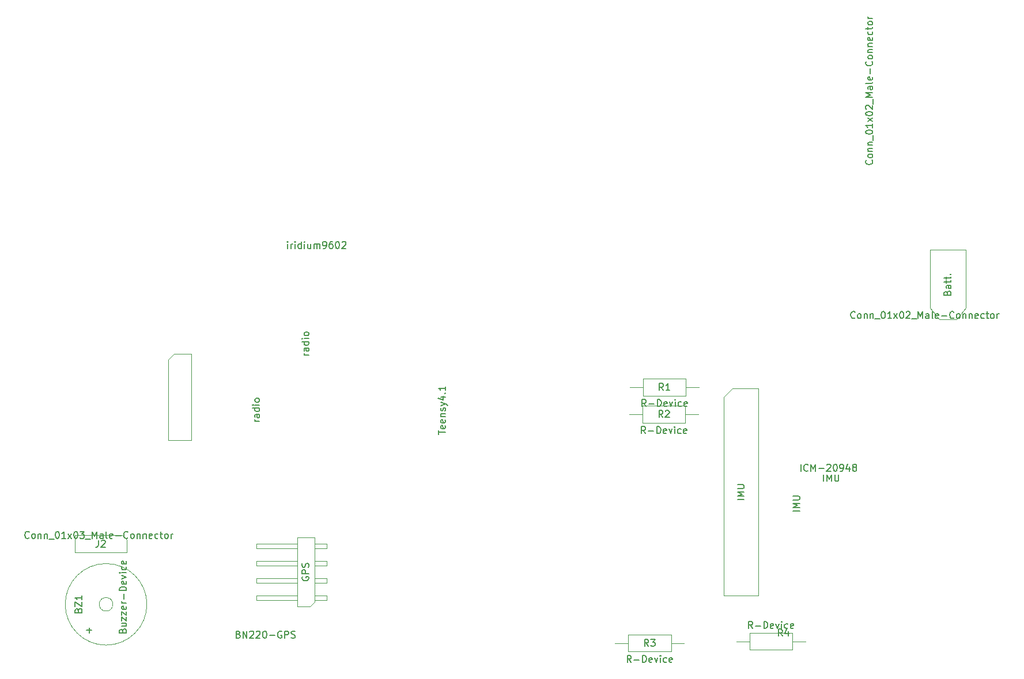
<source format=gbr>
%TF.GenerationSoftware,KiCad,Pcbnew,(6.0.9)*%
%TF.CreationDate,2023-01-16T22:49:09-05:00*%
%TF.ProjectId,rrc_pcb,7272635f-7063-4622-9e6b-696361645f70,rev?*%
%TF.SameCoordinates,Original*%
%TF.FileFunction,AssemblyDrawing,Top*%
%FSLAX46Y46*%
G04 Gerber Fmt 4.6, Leading zero omitted, Abs format (unit mm)*
G04 Created by KiCad (PCBNEW (6.0.9)) date 2023-01-16 22:49:09*
%MOMM*%
%LPD*%
G01*
G04 APERTURE LIST*
%ADD10C,0.150000*%
%ADD11C,0.100000*%
G04 APERTURE END LIST*
D10*
%TO.C,R2*%
X128930664Y-56773316D02*
X128597330Y-56297126D01*
X128359235Y-56773316D02*
X128359235Y-55773316D01*
X128740188Y-55773316D01*
X128835426Y-55820936D01*
X128883045Y-55868555D01*
X128930664Y-55963793D01*
X128930664Y-56106650D01*
X128883045Y-56201888D01*
X128835426Y-56249507D01*
X128740188Y-56297126D01*
X128359235Y-56297126D01*
X129359235Y-56392364D02*
X130121140Y-56392364D01*
X130597330Y-56773316D02*
X130597330Y-55773316D01*
X130835426Y-55773316D01*
X130978283Y-55820936D01*
X131073521Y-55916174D01*
X131121140Y-56011412D01*
X131168759Y-56201888D01*
X131168759Y-56344745D01*
X131121140Y-56535221D01*
X131073521Y-56630459D01*
X130978283Y-56725697D01*
X130835426Y-56773316D01*
X130597330Y-56773316D01*
X131978283Y-56725697D02*
X131883045Y-56773316D01*
X131692569Y-56773316D01*
X131597330Y-56725697D01*
X131549711Y-56630459D01*
X131549711Y-56249507D01*
X131597330Y-56154269D01*
X131692569Y-56106650D01*
X131883045Y-56106650D01*
X131978283Y-56154269D01*
X132025902Y-56249507D01*
X132025902Y-56344745D01*
X131549711Y-56439983D01*
X132359235Y-56106650D02*
X132597330Y-56773316D01*
X132835426Y-56106650D01*
X133216378Y-56773316D02*
X133216378Y-56106650D01*
X133216378Y-55773316D02*
X133168759Y-55820936D01*
X133216378Y-55868555D01*
X133263997Y-55820936D01*
X133216378Y-55773316D01*
X133216378Y-55868555D01*
X134121140Y-56725697D02*
X134025902Y-56773316D01*
X133835426Y-56773316D01*
X133740188Y-56725697D01*
X133692569Y-56678078D01*
X133644950Y-56582840D01*
X133644950Y-56297126D01*
X133692569Y-56201888D01*
X133740188Y-56154269D01*
X133835426Y-56106650D01*
X134025902Y-56106650D01*
X134121140Y-56154269D01*
X134930664Y-56725697D02*
X134835426Y-56773316D01*
X134644950Y-56773316D01*
X134549711Y-56725697D01*
X134502092Y-56630459D01*
X134502092Y-56249507D01*
X134549711Y-56154269D01*
X134644950Y-56106650D01*
X134835426Y-56106650D01*
X134930664Y-56154269D01*
X134978283Y-56249507D01*
X134978283Y-56344745D01*
X134502092Y-56439983D01*
X131478283Y-54403316D02*
X131144950Y-53927126D01*
X130906854Y-54403316D02*
X130906854Y-53403316D01*
X131287807Y-53403316D01*
X131383045Y-53450936D01*
X131430664Y-53498555D01*
X131478283Y-53593793D01*
X131478283Y-53736650D01*
X131430664Y-53831888D01*
X131383045Y-53879507D01*
X131287807Y-53927126D01*
X130906854Y-53927126D01*
X131859235Y-53498555D02*
X131906854Y-53450936D01*
X132002092Y-53403316D01*
X132240188Y-53403316D01*
X132335426Y-53450936D01*
X132383045Y-53498555D01*
X132430664Y-53593793D01*
X132430664Y-53689031D01*
X132383045Y-53831888D01*
X131811616Y-54403316D01*
X132430664Y-54403316D01*
%TO.C,radio*%
X76338944Y-29548232D02*
X76338944Y-28881566D01*
X76338944Y-28548232D02*
X76291325Y-28595852D01*
X76338944Y-28643471D01*
X76386563Y-28595852D01*
X76338944Y-28548232D01*
X76338944Y-28643471D01*
X76815134Y-29548232D02*
X76815134Y-28881566D01*
X76815134Y-29072042D02*
X76862753Y-28976804D01*
X76910372Y-28929185D01*
X77005610Y-28881566D01*
X77100849Y-28881566D01*
X77434182Y-29548232D02*
X77434182Y-28881566D01*
X77434182Y-28548232D02*
X77386563Y-28595852D01*
X77434182Y-28643471D01*
X77481801Y-28595852D01*
X77434182Y-28548232D01*
X77434182Y-28643471D01*
X78338944Y-29548232D02*
X78338944Y-28548232D01*
X78338944Y-29500613D02*
X78243706Y-29548232D01*
X78053229Y-29548232D01*
X77957991Y-29500613D01*
X77910372Y-29452994D01*
X77862753Y-29357756D01*
X77862753Y-29072042D01*
X77910372Y-28976804D01*
X77957991Y-28929185D01*
X78053229Y-28881566D01*
X78243706Y-28881566D01*
X78338944Y-28929185D01*
X78815134Y-29548232D02*
X78815134Y-28881566D01*
X78815134Y-28548232D02*
X78767515Y-28595852D01*
X78815134Y-28643471D01*
X78862753Y-28595852D01*
X78815134Y-28548232D01*
X78815134Y-28643471D01*
X79719896Y-28881566D02*
X79719896Y-29548232D01*
X79291325Y-28881566D02*
X79291325Y-29405375D01*
X79338944Y-29500613D01*
X79434182Y-29548232D01*
X79577039Y-29548232D01*
X79672277Y-29500613D01*
X79719896Y-29452994D01*
X80196087Y-29548232D02*
X80196087Y-28881566D01*
X80196087Y-28976804D02*
X80243706Y-28929185D01*
X80338944Y-28881566D01*
X80481801Y-28881566D01*
X80577039Y-28929185D01*
X80624658Y-29024423D01*
X80624658Y-29548232D01*
X80624658Y-29024423D02*
X80672277Y-28929185D01*
X80767515Y-28881566D01*
X80910372Y-28881566D01*
X81005610Y-28929185D01*
X81053229Y-29024423D01*
X81053229Y-29548232D01*
X81577039Y-29548232D02*
X81767515Y-29548232D01*
X81862753Y-29500613D01*
X81910372Y-29452994D01*
X82005610Y-29310137D01*
X82053229Y-29119661D01*
X82053229Y-28738709D01*
X82005610Y-28643471D01*
X81957991Y-28595852D01*
X81862753Y-28548232D01*
X81672277Y-28548232D01*
X81577039Y-28595852D01*
X81529420Y-28643471D01*
X81481801Y-28738709D01*
X81481801Y-28976804D01*
X81529420Y-29072042D01*
X81577039Y-29119661D01*
X81672277Y-29167280D01*
X81862753Y-29167280D01*
X81957991Y-29119661D01*
X82005610Y-29072042D01*
X82053229Y-28976804D01*
X82910372Y-28548232D02*
X82719896Y-28548232D01*
X82624658Y-28595852D01*
X82577039Y-28643471D01*
X82481801Y-28786328D01*
X82434182Y-28976804D01*
X82434182Y-29357756D01*
X82481801Y-29452994D01*
X82529420Y-29500613D01*
X82624658Y-29548232D01*
X82815134Y-29548232D01*
X82910372Y-29500613D01*
X82957991Y-29452994D01*
X83005610Y-29357756D01*
X83005610Y-29119661D01*
X82957991Y-29024423D01*
X82910372Y-28976804D01*
X82815134Y-28929185D01*
X82624658Y-28929185D01*
X82529420Y-28976804D01*
X82481801Y-29024423D01*
X82434182Y-29119661D01*
X83624658Y-28548232D02*
X83719896Y-28548232D01*
X83815134Y-28595852D01*
X83862753Y-28643471D01*
X83910372Y-28738709D01*
X83957991Y-28929185D01*
X83957991Y-29167280D01*
X83910372Y-29357756D01*
X83862753Y-29452994D01*
X83815134Y-29500613D01*
X83719896Y-29548232D01*
X83624658Y-29548232D01*
X83529420Y-29500613D01*
X83481801Y-29452994D01*
X83434182Y-29357756D01*
X83386563Y-29167280D01*
X83386563Y-28929185D01*
X83434182Y-28738709D01*
X83481801Y-28643471D01*
X83529420Y-28595852D01*
X83624658Y-28548232D01*
X84338944Y-28643471D02*
X84386563Y-28595852D01*
X84481801Y-28548232D01*
X84719896Y-28548232D01*
X84815134Y-28595852D01*
X84862753Y-28643471D01*
X84910372Y-28738709D01*
X84910372Y-28833947D01*
X84862753Y-28976804D01*
X84291325Y-29548232D01*
X84910372Y-29548232D01*
X79441008Y-45254083D02*
X78774342Y-45254083D01*
X78964818Y-45254083D02*
X78869580Y-45206464D01*
X78821961Y-45158845D01*
X78774342Y-45063607D01*
X78774342Y-44968369D01*
X79441008Y-44206464D02*
X78917199Y-44206464D01*
X78821961Y-44254083D01*
X78774342Y-44349321D01*
X78774342Y-44539797D01*
X78821961Y-44635036D01*
X79393389Y-44206464D02*
X79441008Y-44301702D01*
X79441008Y-44539797D01*
X79393389Y-44635036D01*
X79298151Y-44682655D01*
X79202913Y-44682655D01*
X79107675Y-44635036D01*
X79060056Y-44539797D01*
X79060056Y-44301702D01*
X79012437Y-44206464D01*
X79441008Y-43301702D02*
X78441008Y-43301702D01*
X79393389Y-43301702D02*
X79441008Y-43396940D01*
X79441008Y-43587417D01*
X79393389Y-43682655D01*
X79345770Y-43730274D01*
X79250532Y-43777893D01*
X78964818Y-43777893D01*
X78869580Y-43730274D01*
X78821961Y-43682655D01*
X78774342Y-43587417D01*
X78774342Y-43396940D01*
X78821961Y-43301702D01*
X79441008Y-42825512D02*
X78774342Y-42825512D01*
X78441008Y-42825512D02*
X78488628Y-42873131D01*
X78536247Y-42825512D01*
X78488628Y-42777893D01*
X78441008Y-42825512D01*
X78536247Y-42825512D01*
X79441008Y-42206464D02*
X79393389Y-42301702D01*
X79345770Y-42349321D01*
X79250532Y-42396940D01*
X78964818Y-42396940D01*
X78869580Y-42349321D01*
X78821961Y-42301702D01*
X78774342Y-42206464D01*
X78774342Y-42063607D01*
X78821961Y-41968369D01*
X78869580Y-41920750D01*
X78964818Y-41873131D01*
X79250532Y-41873131D01*
X79345770Y-41920750D01*
X79393389Y-41968369D01*
X79441008Y-42063607D01*
X79441008Y-42206464D01*
X72207380Y-55006666D02*
X71540714Y-55006666D01*
X71731190Y-55006666D02*
X71635952Y-54959047D01*
X71588333Y-54911428D01*
X71540714Y-54816190D01*
X71540714Y-54720952D01*
X72207380Y-53959047D02*
X71683571Y-53959047D01*
X71588333Y-54006666D01*
X71540714Y-54101904D01*
X71540714Y-54292380D01*
X71588333Y-54387619D01*
X72159761Y-53959047D02*
X72207380Y-54054285D01*
X72207380Y-54292380D01*
X72159761Y-54387619D01*
X72064523Y-54435238D01*
X71969285Y-54435238D01*
X71874047Y-54387619D01*
X71826428Y-54292380D01*
X71826428Y-54054285D01*
X71778809Y-53959047D01*
X72207380Y-53054285D02*
X71207380Y-53054285D01*
X72159761Y-53054285D02*
X72207380Y-53149523D01*
X72207380Y-53340000D01*
X72159761Y-53435238D01*
X72112142Y-53482857D01*
X72016904Y-53530476D01*
X71731190Y-53530476D01*
X71635952Y-53482857D01*
X71588333Y-53435238D01*
X71540714Y-53340000D01*
X71540714Y-53149523D01*
X71588333Y-53054285D01*
X72207380Y-52578095D02*
X71540714Y-52578095D01*
X71207380Y-52578095D02*
X71255000Y-52625714D01*
X71302619Y-52578095D01*
X71255000Y-52530476D01*
X71207380Y-52578095D01*
X71302619Y-52578095D01*
X72207380Y-51959047D02*
X72159761Y-52054285D01*
X72112142Y-52101904D01*
X72016904Y-52149523D01*
X71731190Y-52149523D01*
X71635952Y-52101904D01*
X71588333Y-52054285D01*
X71540714Y-51959047D01*
X71540714Y-51816190D01*
X71588333Y-51720952D01*
X71635952Y-51673333D01*
X71731190Y-51625714D01*
X72016904Y-51625714D01*
X72112142Y-51673333D01*
X72159761Y-51720952D01*
X72207380Y-51816190D01*
X72207380Y-51959047D01*
%TO.C,R3*%
X126825714Y-90452380D02*
X126492380Y-89976190D01*
X126254285Y-90452380D02*
X126254285Y-89452380D01*
X126635238Y-89452380D01*
X126730476Y-89500000D01*
X126778095Y-89547619D01*
X126825714Y-89642857D01*
X126825714Y-89785714D01*
X126778095Y-89880952D01*
X126730476Y-89928571D01*
X126635238Y-89976190D01*
X126254285Y-89976190D01*
X127254285Y-90071428D02*
X128016190Y-90071428D01*
X128492380Y-90452380D02*
X128492380Y-89452380D01*
X128730476Y-89452380D01*
X128873333Y-89500000D01*
X128968571Y-89595238D01*
X129016190Y-89690476D01*
X129063809Y-89880952D01*
X129063809Y-90023809D01*
X129016190Y-90214285D01*
X128968571Y-90309523D01*
X128873333Y-90404761D01*
X128730476Y-90452380D01*
X128492380Y-90452380D01*
X129873333Y-90404761D02*
X129778095Y-90452380D01*
X129587619Y-90452380D01*
X129492380Y-90404761D01*
X129444761Y-90309523D01*
X129444761Y-89928571D01*
X129492380Y-89833333D01*
X129587619Y-89785714D01*
X129778095Y-89785714D01*
X129873333Y-89833333D01*
X129920952Y-89928571D01*
X129920952Y-90023809D01*
X129444761Y-90119047D01*
X130254285Y-89785714D02*
X130492380Y-90452380D01*
X130730476Y-89785714D01*
X131111428Y-90452380D02*
X131111428Y-89785714D01*
X131111428Y-89452380D02*
X131063809Y-89500000D01*
X131111428Y-89547619D01*
X131159047Y-89500000D01*
X131111428Y-89452380D01*
X131111428Y-89547619D01*
X132016190Y-90404761D02*
X131920952Y-90452380D01*
X131730476Y-90452380D01*
X131635238Y-90404761D01*
X131587619Y-90357142D01*
X131540000Y-90261904D01*
X131540000Y-89976190D01*
X131587619Y-89880952D01*
X131635238Y-89833333D01*
X131730476Y-89785714D01*
X131920952Y-89785714D01*
X132016190Y-89833333D01*
X132825714Y-90404761D02*
X132730476Y-90452380D01*
X132540000Y-90452380D01*
X132444761Y-90404761D01*
X132397142Y-90309523D01*
X132397142Y-89928571D01*
X132444761Y-89833333D01*
X132540000Y-89785714D01*
X132730476Y-89785714D01*
X132825714Y-89833333D01*
X132873333Y-89928571D01*
X132873333Y-90023809D01*
X132397142Y-90119047D01*
X129373333Y-88082380D02*
X129040000Y-87606190D01*
X128801904Y-88082380D02*
X128801904Y-87082380D01*
X129182857Y-87082380D01*
X129278095Y-87130000D01*
X129325714Y-87177619D01*
X129373333Y-87272857D01*
X129373333Y-87415714D01*
X129325714Y-87510952D01*
X129278095Y-87558571D01*
X129182857Y-87606190D01*
X128801904Y-87606190D01*
X129706666Y-87082380D02*
X130325714Y-87082380D01*
X129992380Y-87463333D01*
X130135238Y-87463333D01*
X130230476Y-87510952D01*
X130278095Y-87558571D01*
X130325714Y-87653809D01*
X130325714Y-87891904D01*
X130278095Y-87987142D01*
X130230476Y-88034761D01*
X130135238Y-88082380D01*
X129849523Y-88082380D01*
X129754285Y-88034761D01*
X129706666Y-87987142D01*
%TO.C,R4*%
X144646175Y-85460174D02*
X144312841Y-84983984D01*
X144074746Y-85460174D02*
X144074746Y-84460174D01*
X144455699Y-84460174D01*
X144550937Y-84507794D01*
X144598556Y-84555413D01*
X144646175Y-84650651D01*
X144646175Y-84793508D01*
X144598556Y-84888746D01*
X144550937Y-84936365D01*
X144455699Y-84983984D01*
X144074746Y-84983984D01*
X145074746Y-85079222D02*
X145836651Y-85079222D01*
X146312841Y-85460174D02*
X146312841Y-84460174D01*
X146550937Y-84460174D01*
X146693794Y-84507794D01*
X146789032Y-84603032D01*
X146836651Y-84698270D01*
X146884270Y-84888746D01*
X146884270Y-85031603D01*
X146836651Y-85222079D01*
X146789032Y-85317317D01*
X146693794Y-85412555D01*
X146550937Y-85460174D01*
X146312841Y-85460174D01*
X147693794Y-85412555D02*
X147598556Y-85460174D01*
X147408080Y-85460174D01*
X147312841Y-85412555D01*
X147265222Y-85317317D01*
X147265222Y-84936365D01*
X147312841Y-84841127D01*
X147408080Y-84793508D01*
X147598556Y-84793508D01*
X147693794Y-84841127D01*
X147741413Y-84936365D01*
X147741413Y-85031603D01*
X147265222Y-85126841D01*
X148074746Y-84793508D02*
X148312841Y-85460174D01*
X148550937Y-84793508D01*
X148931889Y-85460174D02*
X148931889Y-84793508D01*
X148931889Y-84460174D02*
X148884270Y-84507794D01*
X148931889Y-84555413D01*
X148979508Y-84507794D01*
X148931889Y-84460174D01*
X148931889Y-84555413D01*
X149836651Y-85412555D02*
X149741413Y-85460174D01*
X149550937Y-85460174D01*
X149455699Y-85412555D01*
X149408080Y-85364936D01*
X149360461Y-85269698D01*
X149360461Y-84983984D01*
X149408080Y-84888746D01*
X149455699Y-84841127D01*
X149550937Y-84793508D01*
X149741413Y-84793508D01*
X149836651Y-84841127D01*
X150646175Y-85412555D02*
X150550937Y-85460174D01*
X150360461Y-85460174D01*
X150265222Y-85412555D01*
X150217603Y-85317317D01*
X150217603Y-84936365D01*
X150265222Y-84841127D01*
X150360461Y-84793508D01*
X150550937Y-84793508D01*
X150646175Y-84841127D01*
X150693794Y-84936365D01*
X150693794Y-85031603D01*
X150217603Y-85126841D01*
X149029576Y-86580174D02*
X148696243Y-86103984D01*
X148458147Y-86580174D02*
X148458147Y-85580174D01*
X148839100Y-85580174D01*
X148934338Y-85627794D01*
X148981957Y-85675413D01*
X149029576Y-85770651D01*
X149029576Y-85913508D01*
X148981957Y-86008746D01*
X148934338Y-86056365D01*
X148839100Y-86103984D01*
X148458147Y-86103984D01*
X149886719Y-85913508D02*
X149886719Y-86580174D01*
X149648623Y-85532555D02*
X149410528Y-86246841D01*
X150029576Y-86246841D01*
%TO.C,R1*%
X129010413Y-52785875D02*
X128677079Y-52309685D01*
X128438984Y-52785875D02*
X128438984Y-51785875D01*
X128819937Y-51785875D01*
X128915175Y-51833495D01*
X128962794Y-51881114D01*
X129010413Y-51976352D01*
X129010413Y-52119209D01*
X128962794Y-52214447D01*
X128915175Y-52262066D01*
X128819937Y-52309685D01*
X128438984Y-52309685D01*
X129438984Y-52404923D02*
X130200889Y-52404923D01*
X130677079Y-52785875D02*
X130677079Y-51785875D01*
X130915175Y-51785875D01*
X131058032Y-51833495D01*
X131153270Y-51928733D01*
X131200889Y-52023971D01*
X131248508Y-52214447D01*
X131248508Y-52357304D01*
X131200889Y-52547780D01*
X131153270Y-52643018D01*
X131058032Y-52738256D01*
X130915175Y-52785875D01*
X130677079Y-52785875D01*
X132058032Y-52738256D02*
X131962794Y-52785875D01*
X131772318Y-52785875D01*
X131677079Y-52738256D01*
X131629460Y-52643018D01*
X131629460Y-52262066D01*
X131677079Y-52166828D01*
X131772318Y-52119209D01*
X131962794Y-52119209D01*
X132058032Y-52166828D01*
X132105651Y-52262066D01*
X132105651Y-52357304D01*
X131629460Y-52452542D01*
X132438984Y-52119209D02*
X132677079Y-52785875D01*
X132915175Y-52119209D01*
X133296127Y-52785875D02*
X133296127Y-52119209D01*
X133296127Y-51785875D02*
X133248508Y-51833495D01*
X133296127Y-51881114D01*
X133343746Y-51833495D01*
X133296127Y-51785875D01*
X133296127Y-51881114D01*
X134200889Y-52738256D02*
X134105651Y-52785875D01*
X133915175Y-52785875D01*
X133819937Y-52738256D01*
X133772318Y-52690637D01*
X133724699Y-52595399D01*
X133724699Y-52309685D01*
X133772318Y-52214447D01*
X133819937Y-52166828D01*
X133915175Y-52119209D01*
X134105651Y-52119209D01*
X134200889Y-52166828D01*
X135010413Y-52738256D02*
X134915175Y-52785875D01*
X134724699Y-52785875D01*
X134629460Y-52738256D01*
X134581841Y-52643018D01*
X134581841Y-52262066D01*
X134629460Y-52166828D01*
X134724699Y-52119209D01*
X134915175Y-52119209D01*
X135010413Y-52166828D01*
X135058032Y-52262066D01*
X135058032Y-52357304D01*
X134581841Y-52452542D01*
X131558032Y-50415875D02*
X131224699Y-49939685D01*
X130986603Y-50415875D02*
X130986603Y-49415875D01*
X131367556Y-49415875D01*
X131462794Y-49463495D01*
X131510413Y-49511114D01*
X131558032Y-49606352D01*
X131558032Y-49749209D01*
X131510413Y-49844447D01*
X131462794Y-49892066D01*
X131367556Y-49939685D01*
X130986603Y-49939685D01*
X132510413Y-50415875D02*
X131938984Y-50415875D01*
X132224699Y-50415875D02*
X132224699Y-49415875D01*
X132129460Y-49558733D01*
X132034222Y-49653971D01*
X131938984Y-49701590D01*
%TO.C,Batt.*%
X162189387Y-16579746D02*
X162237006Y-16627365D01*
X162284625Y-16770222D01*
X162284625Y-16865461D01*
X162237006Y-17008318D01*
X162141768Y-17103556D01*
X162046530Y-17151175D01*
X161856054Y-17198794D01*
X161713197Y-17198794D01*
X161522721Y-17151175D01*
X161427483Y-17103556D01*
X161332245Y-17008318D01*
X161284625Y-16865461D01*
X161284625Y-16770222D01*
X161332245Y-16627365D01*
X161379864Y-16579746D01*
X162284625Y-16008318D02*
X162237006Y-16103556D01*
X162189387Y-16151175D01*
X162094149Y-16198794D01*
X161808435Y-16198794D01*
X161713197Y-16151175D01*
X161665578Y-16103556D01*
X161617959Y-16008318D01*
X161617959Y-15865461D01*
X161665578Y-15770222D01*
X161713197Y-15722603D01*
X161808435Y-15674984D01*
X162094149Y-15674984D01*
X162189387Y-15722603D01*
X162237006Y-15770222D01*
X162284625Y-15865461D01*
X162284625Y-16008318D01*
X161617959Y-15246413D02*
X162284625Y-15246413D01*
X161713197Y-15246413D02*
X161665578Y-15198794D01*
X161617959Y-15103556D01*
X161617959Y-14960699D01*
X161665578Y-14865461D01*
X161760816Y-14817841D01*
X162284625Y-14817841D01*
X161617959Y-14341651D02*
X162284625Y-14341651D01*
X161713197Y-14341651D02*
X161665578Y-14294032D01*
X161617959Y-14198794D01*
X161617959Y-14055937D01*
X161665578Y-13960699D01*
X161760816Y-13913080D01*
X162284625Y-13913080D01*
X162379864Y-13674984D02*
X162379864Y-12913080D01*
X161284625Y-12484508D02*
X161284625Y-12389270D01*
X161332245Y-12294032D01*
X161379864Y-12246413D01*
X161475102Y-12198794D01*
X161665578Y-12151175D01*
X161903673Y-12151175D01*
X162094149Y-12198794D01*
X162189387Y-12246413D01*
X162237006Y-12294032D01*
X162284625Y-12389270D01*
X162284625Y-12484508D01*
X162237006Y-12579746D01*
X162189387Y-12627365D01*
X162094149Y-12674984D01*
X161903673Y-12722603D01*
X161665578Y-12722603D01*
X161475102Y-12674984D01*
X161379864Y-12627365D01*
X161332245Y-12579746D01*
X161284625Y-12484508D01*
X162284625Y-11198794D02*
X162284625Y-11770222D01*
X162284625Y-11484508D02*
X161284625Y-11484508D01*
X161427483Y-11579746D01*
X161522721Y-11674984D01*
X161570340Y-11770222D01*
X162284625Y-10865461D02*
X161617959Y-10341651D01*
X161617959Y-10865461D02*
X162284625Y-10341651D01*
X161284625Y-9770222D02*
X161284625Y-9674984D01*
X161332245Y-9579746D01*
X161379864Y-9532127D01*
X161475102Y-9484508D01*
X161665578Y-9436889D01*
X161903673Y-9436889D01*
X162094149Y-9484508D01*
X162189387Y-9532127D01*
X162237006Y-9579746D01*
X162284625Y-9674984D01*
X162284625Y-9770222D01*
X162237006Y-9865461D01*
X162189387Y-9913080D01*
X162094149Y-9960699D01*
X161903673Y-10008318D01*
X161665578Y-10008318D01*
X161475102Y-9960699D01*
X161379864Y-9913080D01*
X161332245Y-9865461D01*
X161284625Y-9770222D01*
X161379864Y-9055937D02*
X161332245Y-9008318D01*
X161284625Y-8913080D01*
X161284625Y-8674984D01*
X161332245Y-8579746D01*
X161379864Y-8532127D01*
X161475102Y-8484508D01*
X161570340Y-8484508D01*
X161713197Y-8532127D01*
X162284625Y-9103556D01*
X162284625Y-8484508D01*
X162379864Y-8294032D02*
X162379864Y-7532127D01*
X162284625Y-7294032D02*
X161284625Y-7294032D01*
X161998911Y-6960699D01*
X161284625Y-6627365D01*
X162284625Y-6627365D01*
X162284625Y-5722603D02*
X161760816Y-5722603D01*
X161665578Y-5770222D01*
X161617959Y-5865461D01*
X161617959Y-6055937D01*
X161665578Y-6151175D01*
X162237006Y-5722603D02*
X162284625Y-5817841D01*
X162284625Y-6055937D01*
X162237006Y-6151175D01*
X162141768Y-6198794D01*
X162046530Y-6198794D01*
X161951292Y-6151175D01*
X161903673Y-6055937D01*
X161903673Y-5817841D01*
X161856054Y-5722603D01*
X162284625Y-5103556D02*
X162237006Y-5198794D01*
X162141768Y-5246413D01*
X161284625Y-5246413D01*
X162237006Y-4341651D02*
X162284625Y-4436889D01*
X162284625Y-4627365D01*
X162237006Y-4722603D01*
X162141768Y-4770222D01*
X161760816Y-4770222D01*
X161665578Y-4722603D01*
X161617959Y-4627365D01*
X161617959Y-4436889D01*
X161665578Y-4341651D01*
X161760816Y-4294032D01*
X161856054Y-4294032D01*
X161951292Y-4770222D01*
X161903673Y-3865461D02*
X161903673Y-3103556D01*
X162189387Y-2055937D02*
X162237006Y-2103556D01*
X162284625Y-2246413D01*
X162284625Y-2341651D01*
X162237006Y-2484508D01*
X162141768Y-2579746D01*
X162046530Y-2627365D01*
X161856054Y-2674984D01*
X161713197Y-2674984D01*
X161522721Y-2627365D01*
X161427483Y-2579746D01*
X161332245Y-2484508D01*
X161284625Y-2341651D01*
X161284625Y-2246413D01*
X161332245Y-2103556D01*
X161379864Y-2055937D01*
X162284625Y-1484508D02*
X162237006Y-1579746D01*
X162189387Y-1627365D01*
X162094149Y-1674984D01*
X161808435Y-1674984D01*
X161713197Y-1627365D01*
X161665578Y-1579746D01*
X161617959Y-1484508D01*
X161617959Y-1341651D01*
X161665578Y-1246413D01*
X161713197Y-1198794D01*
X161808435Y-1151175D01*
X162094149Y-1151175D01*
X162189387Y-1198794D01*
X162237006Y-1246413D01*
X162284625Y-1341651D01*
X162284625Y-1484508D01*
X161617959Y-722603D02*
X162284625Y-722603D01*
X161713197Y-722603D02*
X161665578Y-674984D01*
X161617959Y-579746D01*
X161617959Y-436889D01*
X161665578Y-341651D01*
X161760816Y-294032D01*
X162284625Y-294032D01*
X161617959Y182158D02*
X162284625Y182158D01*
X161713197Y182158D02*
X161665578Y229777D01*
X161617959Y325015D01*
X161617959Y467872D01*
X161665578Y563110D01*
X161760816Y610729D01*
X162284625Y610729D01*
X162237006Y1467872D02*
X162284625Y1372634D01*
X162284625Y1182158D01*
X162237006Y1086919D01*
X162141768Y1039300D01*
X161760816Y1039300D01*
X161665578Y1086919D01*
X161617959Y1182158D01*
X161617959Y1372634D01*
X161665578Y1467872D01*
X161760816Y1515491D01*
X161856054Y1515491D01*
X161951292Y1039300D01*
X162237006Y2372634D02*
X162284625Y2277396D01*
X162284625Y2086919D01*
X162237006Y1991681D01*
X162189387Y1944062D01*
X162094149Y1896443D01*
X161808435Y1896443D01*
X161713197Y1944062D01*
X161665578Y1991681D01*
X161617959Y2086919D01*
X161617959Y2277396D01*
X161665578Y2372634D01*
X161617959Y2658348D02*
X161617959Y3039300D01*
X161284625Y2801205D02*
X162141768Y2801205D01*
X162237006Y2848824D01*
X162284625Y2944062D01*
X162284625Y3039300D01*
X162284625Y3515491D02*
X162237006Y3420253D01*
X162189387Y3372634D01*
X162094149Y3325015D01*
X161808435Y3325015D01*
X161713197Y3372634D01*
X161665578Y3420253D01*
X161617959Y3515491D01*
X161617959Y3658348D01*
X161665578Y3753586D01*
X161713197Y3801205D01*
X161808435Y3848824D01*
X162094149Y3848824D01*
X162189387Y3801205D01*
X162237006Y3753586D01*
X162284625Y3658348D01*
X162284625Y3515491D01*
X162284625Y4277396D02*
X161617959Y4277396D01*
X161808435Y4277396D02*
X161713197Y4325015D01*
X161665578Y4372634D01*
X161617959Y4467872D01*
X161617959Y4563110D01*
X173283571Y-36075476D02*
X173331190Y-35932619D01*
X173378809Y-35885000D01*
X173474047Y-35837380D01*
X173616904Y-35837380D01*
X173712142Y-35885000D01*
X173759761Y-35932619D01*
X173807380Y-36027857D01*
X173807380Y-36408809D01*
X172807380Y-36408809D01*
X172807380Y-36075476D01*
X172855000Y-35980238D01*
X172902619Y-35932619D01*
X172997857Y-35885000D01*
X173093095Y-35885000D01*
X173188333Y-35932619D01*
X173235952Y-35980238D01*
X173283571Y-36075476D01*
X173283571Y-36408809D01*
X173807380Y-34980238D02*
X173283571Y-34980238D01*
X173188333Y-35027857D01*
X173140714Y-35123095D01*
X173140714Y-35313571D01*
X173188333Y-35408809D01*
X173759761Y-34980238D02*
X173807380Y-35075476D01*
X173807380Y-35313571D01*
X173759761Y-35408809D01*
X173664523Y-35456428D01*
X173569285Y-35456428D01*
X173474047Y-35408809D01*
X173426428Y-35313571D01*
X173426428Y-35075476D01*
X173378809Y-34980238D01*
X173140714Y-34646904D02*
X173140714Y-34265952D01*
X172807380Y-34504047D02*
X173664523Y-34504047D01*
X173759761Y-34456428D01*
X173807380Y-34361190D01*
X173807380Y-34265952D01*
X173140714Y-34075476D02*
X173140714Y-33694523D01*
X172807380Y-33932619D02*
X173664523Y-33932619D01*
X173759761Y-33885000D01*
X173807380Y-33789761D01*
X173807380Y-33694523D01*
X173712142Y-33361190D02*
X173759761Y-33313571D01*
X173807380Y-33361190D01*
X173759761Y-33408809D01*
X173712142Y-33361190D01*
X173807380Y-33361190D01*
%TO.C,IMU*%
X151753231Y-62314517D02*
X151753231Y-61314517D01*
X152800850Y-62219279D02*
X152753231Y-62266898D01*
X152610373Y-62314517D01*
X152515135Y-62314517D01*
X152372278Y-62266898D01*
X152277040Y-62171660D01*
X152229421Y-62076422D01*
X152181802Y-61885946D01*
X152181802Y-61743089D01*
X152229421Y-61552613D01*
X152277040Y-61457375D01*
X152372278Y-61362137D01*
X152515135Y-61314517D01*
X152610373Y-61314517D01*
X152753231Y-61362137D01*
X152800850Y-61409756D01*
X153229421Y-62314517D02*
X153229421Y-61314517D01*
X153562754Y-62028803D01*
X153896088Y-61314517D01*
X153896088Y-62314517D01*
X154372278Y-61933565D02*
X155134183Y-61933565D01*
X155562754Y-61409756D02*
X155610373Y-61362137D01*
X155705612Y-61314517D01*
X155943707Y-61314517D01*
X156038945Y-61362137D01*
X156086564Y-61409756D01*
X156134183Y-61504994D01*
X156134183Y-61600232D01*
X156086564Y-61743089D01*
X155515135Y-62314517D01*
X156134183Y-62314517D01*
X156753231Y-61314517D02*
X156848469Y-61314517D01*
X156943707Y-61362137D01*
X156991326Y-61409756D01*
X157038945Y-61504994D01*
X157086564Y-61695470D01*
X157086564Y-61933565D01*
X157038945Y-62124041D01*
X156991326Y-62219279D01*
X156943707Y-62266898D01*
X156848469Y-62314517D01*
X156753231Y-62314517D01*
X156657992Y-62266898D01*
X156610373Y-62219279D01*
X156562754Y-62124041D01*
X156515135Y-61933565D01*
X156515135Y-61695470D01*
X156562754Y-61504994D01*
X156610373Y-61409756D01*
X156657992Y-61362137D01*
X156753231Y-61314517D01*
X157562754Y-62314517D02*
X157753231Y-62314517D01*
X157848469Y-62266898D01*
X157896088Y-62219279D01*
X157991326Y-62076422D01*
X158038945Y-61885946D01*
X158038945Y-61504994D01*
X157991326Y-61409756D01*
X157943707Y-61362137D01*
X157848469Y-61314517D01*
X157657992Y-61314517D01*
X157562754Y-61362137D01*
X157515135Y-61409756D01*
X157467516Y-61504994D01*
X157467516Y-61743089D01*
X157515135Y-61838327D01*
X157562754Y-61885946D01*
X157657992Y-61933565D01*
X157848469Y-61933565D01*
X157943707Y-61885946D01*
X157991326Y-61838327D01*
X158038945Y-61743089D01*
X158896088Y-61647851D02*
X158896088Y-62314517D01*
X158657992Y-61266898D02*
X158419897Y-61981184D01*
X159038945Y-61981184D01*
X159562754Y-61743089D02*
X159467516Y-61695470D01*
X159419897Y-61647851D01*
X159372278Y-61552613D01*
X159372278Y-61504994D01*
X159419897Y-61409756D01*
X159467516Y-61362137D01*
X159562754Y-61314517D01*
X159753231Y-61314517D01*
X159848469Y-61362137D01*
X159896088Y-61409756D01*
X159943707Y-61504994D01*
X159943707Y-61552613D01*
X159896088Y-61647851D01*
X159848469Y-61695470D01*
X159753231Y-61743089D01*
X159562754Y-61743089D01*
X159467516Y-61790708D01*
X159419897Y-61838327D01*
X159372278Y-61933565D01*
X159372278Y-62124041D01*
X159419897Y-62219279D01*
X159467516Y-62266898D01*
X159562754Y-62314517D01*
X159753231Y-62314517D01*
X159848469Y-62266898D01*
X159896088Y-62219279D01*
X159943707Y-62124041D01*
X159943707Y-61933565D01*
X159896088Y-61838327D01*
X159848469Y-61790708D01*
X159753231Y-61743089D01*
X143417992Y-66497375D02*
X142417992Y-66497375D01*
X143417992Y-66021184D02*
X142417992Y-66021184D01*
X143132278Y-65687851D01*
X142417992Y-65354517D01*
X143417992Y-65354517D01*
X142417992Y-64878327D02*
X143227516Y-64878327D01*
X143322754Y-64830708D01*
X143370373Y-64783089D01*
X143417992Y-64687851D01*
X143417992Y-64497375D01*
X143370373Y-64402137D01*
X143322754Y-64354517D01*
X143227516Y-64306898D01*
X142417992Y-64306898D01*
X151577992Y-68186664D02*
X150577992Y-68186664D01*
X151577992Y-67710473D02*
X150577992Y-67710473D01*
X151292278Y-67377140D01*
X150577992Y-67043806D01*
X151577992Y-67043806D01*
X150577992Y-66567616D02*
X151387516Y-66567616D01*
X151482754Y-66519997D01*
X151530373Y-66472378D01*
X151577992Y-66377140D01*
X151577992Y-66186664D01*
X151530373Y-66091426D01*
X151482754Y-66043806D01*
X151387516Y-65996187D01*
X150577992Y-65996187D01*
X155110373Y-63814517D02*
X155110373Y-62814517D01*
X155586564Y-63814517D02*
X155586564Y-62814517D01*
X155919897Y-63528803D01*
X156253231Y-62814517D01*
X156253231Y-63814517D01*
X156729421Y-62814517D02*
X156729421Y-63624041D01*
X156777040Y-63719279D01*
X156824659Y-63766898D01*
X156919897Y-63814517D01*
X157110373Y-63814517D01*
X157205612Y-63766898D01*
X157253231Y-63719279D01*
X157300850Y-63624041D01*
X157300850Y-62814517D01*
%TO.C,U2*%
X98512380Y-56911428D02*
X98512380Y-56340000D01*
X99512380Y-56625714D02*
X98512380Y-56625714D01*
X99464761Y-55625714D02*
X99512380Y-55720952D01*
X99512380Y-55911428D01*
X99464761Y-56006666D01*
X99369523Y-56054285D01*
X98988571Y-56054285D01*
X98893333Y-56006666D01*
X98845714Y-55911428D01*
X98845714Y-55720952D01*
X98893333Y-55625714D01*
X98988571Y-55578095D01*
X99083809Y-55578095D01*
X99179047Y-56054285D01*
X99464761Y-54768571D02*
X99512380Y-54863809D01*
X99512380Y-55054285D01*
X99464761Y-55149523D01*
X99369523Y-55197142D01*
X98988571Y-55197142D01*
X98893333Y-55149523D01*
X98845714Y-55054285D01*
X98845714Y-54863809D01*
X98893333Y-54768571D01*
X98988571Y-54720952D01*
X99083809Y-54720952D01*
X99179047Y-55197142D01*
X98845714Y-54292380D02*
X99512380Y-54292380D01*
X98940952Y-54292380D02*
X98893333Y-54244761D01*
X98845714Y-54149523D01*
X98845714Y-54006666D01*
X98893333Y-53911428D01*
X98988571Y-53863809D01*
X99512380Y-53863809D01*
X99464761Y-53435238D02*
X99512380Y-53340000D01*
X99512380Y-53149523D01*
X99464761Y-53054285D01*
X99369523Y-53006666D01*
X99321904Y-53006666D01*
X99226666Y-53054285D01*
X99179047Y-53149523D01*
X99179047Y-53292380D01*
X99131428Y-53387619D01*
X99036190Y-53435238D01*
X98988571Y-53435238D01*
X98893333Y-53387619D01*
X98845714Y-53292380D01*
X98845714Y-53149523D01*
X98893333Y-53054285D01*
X98845714Y-52673333D02*
X99512380Y-52435238D01*
X98845714Y-52197142D02*
X99512380Y-52435238D01*
X99750476Y-52530476D01*
X99798095Y-52578095D01*
X99845714Y-52673333D01*
X98845714Y-51387619D02*
X99512380Y-51387619D01*
X98464761Y-51625714D02*
X99179047Y-51863809D01*
X99179047Y-51244761D01*
X99417142Y-50863809D02*
X99464761Y-50816190D01*
X99512380Y-50863809D01*
X99464761Y-50911428D01*
X99417142Y-50863809D01*
X99512380Y-50863809D01*
X99512380Y-49863809D02*
X99512380Y-50435238D01*
X99512380Y-50149523D02*
X98512380Y-50149523D01*
X98655238Y-50244761D01*
X98750476Y-50340000D01*
X98798095Y-50435238D01*
%TO.C,J2*%
X38363214Y-72112141D02*
X38315595Y-72159760D01*
X38172738Y-72207379D01*
X38077499Y-72207379D01*
X37934642Y-72159760D01*
X37839404Y-72064522D01*
X37791785Y-71969284D01*
X37744166Y-71778808D01*
X37744166Y-71635951D01*
X37791785Y-71445475D01*
X37839404Y-71350237D01*
X37934642Y-71254999D01*
X38077499Y-71207379D01*
X38172738Y-71207379D01*
X38315595Y-71254999D01*
X38363214Y-71302618D01*
X38934642Y-72207379D02*
X38839404Y-72159760D01*
X38791785Y-72112141D01*
X38744166Y-72016903D01*
X38744166Y-71731189D01*
X38791785Y-71635951D01*
X38839404Y-71588332D01*
X38934642Y-71540713D01*
X39077499Y-71540713D01*
X39172738Y-71588332D01*
X39220357Y-71635951D01*
X39267976Y-71731189D01*
X39267976Y-72016903D01*
X39220357Y-72112141D01*
X39172738Y-72159760D01*
X39077499Y-72207379D01*
X38934642Y-72207379D01*
X39696547Y-71540713D02*
X39696547Y-72207379D01*
X39696547Y-71635951D02*
X39744166Y-71588332D01*
X39839404Y-71540713D01*
X39982261Y-71540713D01*
X40077499Y-71588332D01*
X40125119Y-71683570D01*
X40125119Y-72207379D01*
X40601309Y-71540713D02*
X40601309Y-72207379D01*
X40601309Y-71635951D02*
X40648928Y-71588332D01*
X40744166Y-71540713D01*
X40887023Y-71540713D01*
X40982261Y-71588332D01*
X41029880Y-71683570D01*
X41029880Y-72207379D01*
X41267976Y-72302618D02*
X42029880Y-72302618D01*
X42458452Y-71207379D02*
X42553690Y-71207379D01*
X42648928Y-71254999D01*
X42696547Y-71302618D01*
X42744166Y-71397856D01*
X42791785Y-71588332D01*
X42791785Y-71826427D01*
X42744166Y-72016903D01*
X42696547Y-72112141D01*
X42648928Y-72159760D01*
X42553690Y-72207379D01*
X42458452Y-72207379D01*
X42363214Y-72159760D01*
X42315595Y-72112141D01*
X42267976Y-72016903D01*
X42220357Y-71826427D01*
X42220357Y-71588332D01*
X42267976Y-71397856D01*
X42315595Y-71302618D01*
X42363214Y-71254999D01*
X42458452Y-71207379D01*
X43744166Y-72207379D02*
X43172738Y-72207379D01*
X43458452Y-72207379D02*
X43458452Y-71207379D01*
X43363214Y-71350237D01*
X43267976Y-71445475D01*
X43172738Y-71493094D01*
X44077499Y-72207379D02*
X44601309Y-71540713D01*
X44077499Y-71540713D02*
X44601309Y-72207379D01*
X45172738Y-71207379D02*
X45267976Y-71207379D01*
X45363214Y-71254999D01*
X45410833Y-71302618D01*
X45458452Y-71397856D01*
X45506071Y-71588332D01*
X45506071Y-71826427D01*
X45458452Y-72016903D01*
X45410833Y-72112141D01*
X45363214Y-72159760D01*
X45267976Y-72207379D01*
X45172738Y-72207379D01*
X45077499Y-72159760D01*
X45029880Y-72112141D01*
X44982261Y-72016903D01*
X44934642Y-71826427D01*
X44934642Y-71588332D01*
X44982261Y-71397856D01*
X45029880Y-71302618D01*
X45077499Y-71254999D01*
X45172738Y-71207379D01*
X45839404Y-71207379D02*
X46458452Y-71207379D01*
X46125119Y-71588332D01*
X46267976Y-71588332D01*
X46363214Y-71635951D01*
X46410833Y-71683570D01*
X46458452Y-71778808D01*
X46458452Y-72016903D01*
X46410833Y-72112141D01*
X46363214Y-72159760D01*
X46267976Y-72207379D01*
X45982261Y-72207379D01*
X45887023Y-72159760D01*
X45839404Y-72112141D01*
X46648928Y-72302618D02*
X47410833Y-72302618D01*
X47648928Y-72207379D02*
X47648928Y-71207379D01*
X47982261Y-71921665D01*
X48315595Y-71207379D01*
X48315595Y-72207379D01*
X49220357Y-72207379D02*
X49220357Y-71683570D01*
X49172738Y-71588332D01*
X49077499Y-71540713D01*
X48887023Y-71540713D01*
X48791785Y-71588332D01*
X49220357Y-72159760D02*
X49125119Y-72207379D01*
X48887023Y-72207379D01*
X48791785Y-72159760D01*
X48744166Y-72064522D01*
X48744166Y-71969284D01*
X48791785Y-71874046D01*
X48887023Y-71826427D01*
X49125119Y-71826427D01*
X49220357Y-71778808D01*
X49839404Y-72207379D02*
X49744166Y-72159760D01*
X49696547Y-72064522D01*
X49696547Y-71207379D01*
X50601309Y-72159760D02*
X50506071Y-72207379D01*
X50315595Y-72207379D01*
X50220357Y-72159760D01*
X50172738Y-72064522D01*
X50172738Y-71683570D01*
X50220357Y-71588332D01*
X50315595Y-71540713D01*
X50506071Y-71540713D01*
X50601309Y-71588332D01*
X50648928Y-71683570D01*
X50648928Y-71778808D01*
X50172738Y-71874046D01*
X51077499Y-71826427D02*
X51839404Y-71826427D01*
X52887023Y-72112141D02*
X52839404Y-72159760D01*
X52696547Y-72207379D01*
X52601309Y-72207379D01*
X52458452Y-72159760D01*
X52363214Y-72064522D01*
X52315595Y-71969284D01*
X52267976Y-71778808D01*
X52267976Y-71635951D01*
X52315595Y-71445475D01*
X52363214Y-71350237D01*
X52458452Y-71254999D01*
X52601309Y-71207379D01*
X52696547Y-71207379D01*
X52839404Y-71254999D01*
X52887023Y-71302618D01*
X53458452Y-72207379D02*
X53363214Y-72159760D01*
X53315595Y-72112141D01*
X53267976Y-72016903D01*
X53267976Y-71731189D01*
X53315595Y-71635951D01*
X53363214Y-71588332D01*
X53458452Y-71540713D01*
X53601309Y-71540713D01*
X53696547Y-71588332D01*
X53744166Y-71635951D01*
X53791785Y-71731189D01*
X53791785Y-72016903D01*
X53744166Y-72112141D01*
X53696547Y-72159760D01*
X53601309Y-72207379D01*
X53458452Y-72207379D01*
X54220357Y-71540713D02*
X54220357Y-72207379D01*
X54220357Y-71635951D02*
X54267976Y-71588332D01*
X54363214Y-71540713D01*
X54506071Y-71540713D01*
X54601309Y-71588332D01*
X54648928Y-71683570D01*
X54648928Y-72207379D01*
X55125119Y-71540713D02*
X55125119Y-72207379D01*
X55125119Y-71635951D02*
X55172738Y-71588332D01*
X55267976Y-71540713D01*
X55410833Y-71540713D01*
X55506071Y-71588332D01*
X55553690Y-71683570D01*
X55553690Y-72207379D01*
X56410833Y-72159760D02*
X56315595Y-72207379D01*
X56125119Y-72207379D01*
X56029880Y-72159760D01*
X55982261Y-72064522D01*
X55982261Y-71683570D01*
X56029880Y-71588332D01*
X56125119Y-71540713D01*
X56315595Y-71540713D01*
X56410833Y-71588332D01*
X56458452Y-71683570D01*
X56458452Y-71778808D01*
X55982261Y-71874046D01*
X57315595Y-72159760D02*
X57220357Y-72207379D01*
X57029880Y-72207379D01*
X56934642Y-72159760D01*
X56887023Y-72112141D01*
X56839404Y-72016903D01*
X56839404Y-71731189D01*
X56887023Y-71635951D01*
X56934642Y-71588332D01*
X57029880Y-71540713D01*
X57220357Y-71540713D01*
X57315595Y-71588332D01*
X57601309Y-71540713D02*
X57982261Y-71540713D01*
X57744166Y-71207379D02*
X57744166Y-72064522D01*
X57791785Y-72159760D01*
X57887023Y-72207379D01*
X57982261Y-72207379D01*
X58458452Y-72207379D02*
X58363214Y-72159760D01*
X58315595Y-72112141D01*
X58267976Y-72016903D01*
X58267976Y-71731189D01*
X58315595Y-71635951D01*
X58363214Y-71588332D01*
X58458452Y-71540713D01*
X58601309Y-71540713D01*
X58696547Y-71588332D01*
X58744166Y-71635951D01*
X58791785Y-71731189D01*
X58791785Y-72016903D01*
X58744166Y-72112141D01*
X58696547Y-72159760D01*
X58601309Y-72207379D01*
X58458452Y-72207379D01*
X59220357Y-72207379D02*
X59220357Y-71540713D01*
X59220357Y-71731189D02*
X59267976Y-71635951D01*
X59315595Y-71588332D01*
X59410833Y-71540713D01*
X59506071Y-71540713D01*
X48561666Y-72477380D02*
X48561666Y-73191666D01*
X48514047Y-73334523D01*
X48418809Y-73429761D01*
X48275952Y-73477380D01*
X48180714Y-73477380D01*
X48990238Y-72572619D02*
X49037857Y-72525000D01*
X49133095Y-72477380D01*
X49371190Y-72477380D01*
X49466428Y-72525000D01*
X49514047Y-72572619D01*
X49561666Y-72667857D01*
X49561666Y-72763095D01*
X49514047Y-72905952D01*
X48942619Y-73477380D01*
X49561666Y-73477380D01*
%TO.C,BZ1*%
X52122171Y-85805101D02*
X52169790Y-85662244D01*
X52217409Y-85614625D01*
X52312647Y-85567006D01*
X52455504Y-85567006D01*
X52550742Y-85614625D01*
X52598361Y-85662244D01*
X52645980Y-85757482D01*
X52645980Y-86138435D01*
X51645980Y-86138435D01*
X51645980Y-85805101D01*
X51693600Y-85709863D01*
X51741219Y-85662244D01*
X51836457Y-85614625D01*
X51931695Y-85614625D01*
X52026933Y-85662244D01*
X52074552Y-85709863D01*
X52122171Y-85805101D01*
X52122171Y-86138435D01*
X51979314Y-84709863D02*
X52645980Y-84709863D01*
X51979314Y-85138435D02*
X52503123Y-85138435D01*
X52598361Y-85090816D01*
X52645980Y-84995578D01*
X52645980Y-84852721D01*
X52598361Y-84757482D01*
X52550742Y-84709863D01*
X51979314Y-84328911D02*
X51979314Y-83805101D01*
X52645980Y-84328911D01*
X52645980Y-83805101D01*
X51979314Y-83519387D02*
X51979314Y-82995578D01*
X52645980Y-83519387D01*
X52645980Y-82995578D01*
X52598361Y-82233673D02*
X52645980Y-82328911D01*
X52645980Y-82519387D01*
X52598361Y-82614625D01*
X52503123Y-82662244D01*
X52122171Y-82662244D01*
X52026933Y-82614625D01*
X51979314Y-82519387D01*
X51979314Y-82328911D01*
X52026933Y-82233673D01*
X52122171Y-82186054D01*
X52217409Y-82186054D01*
X52312647Y-82662244D01*
X52645980Y-81757482D02*
X51979314Y-81757482D01*
X52169790Y-81757482D02*
X52074552Y-81709863D01*
X52026933Y-81662244D01*
X51979314Y-81567006D01*
X51979314Y-81471768D01*
X52265028Y-81138435D02*
X52265028Y-80376530D01*
X52645980Y-79900340D02*
X51645980Y-79900340D01*
X51645980Y-79662244D01*
X51693600Y-79519387D01*
X51788838Y-79424149D01*
X51884076Y-79376530D01*
X52074552Y-79328911D01*
X52217409Y-79328911D01*
X52407885Y-79376530D01*
X52503123Y-79424149D01*
X52598361Y-79519387D01*
X52645980Y-79662244D01*
X52645980Y-79900340D01*
X52598361Y-78519387D02*
X52645980Y-78614625D01*
X52645980Y-78805101D01*
X52598361Y-78900340D01*
X52503123Y-78947959D01*
X52122171Y-78947959D01*
X52026933Y-78900340D01*
X51979314Y-78805101D01*
X51979314Y-78614625D01*
X52026933Y-78519387D01*
X52122171Y-78471768D01*
X52217409Y-78471768D01*
X52312647Y-78947959D01*
X51979314Y-78138435D02*
X52645980Y-77900340D01*
X51979314Y-77662244D01*
X52645980Y-77281292D02*
X51979314Y-77281292D01*
X51645980Y-77281292D02*
X51693600Y-77328911D01*
X51741219Y-77281292D01*
X51693600Y-77233673D01*
X51645980Y-77281292D01*
X51741219Y-77281292D01*
X52598361Y-76376530D02*
X52645980Y-76471768D01*
X52645980Y-76662244D01*
X52598361Y-76757482D01*
X52550742Y-76805101D01*
X52455504Y-76852721D01*
X52169790Y-76852721D01*
X52074552Y-76805101D01*
X52026933Y-76757482D01*
X51979314Y-76662244D01*
X51979314Y-76471768D01*
X52026933Y-76376530D01*
X52598361Y-75567006D02*
X52645980Y-75662244D01*
X52645980Y-75852721D01*
X52598361Y-75947959D01*
X52503123Y-75995578D01*
X52122171Y-75995578D01*
X52026933Y-75947959D01*
X51979314Y-75852721D01*
X51979314Y-75662244D01*
X52026933Y-75567006D01*
X52122171Y-75519387D01*
X52217409Y-75519387D01*
X52312647Y-75995578D01*
X45596725Y-82803201D02*
X45644344Y-82660344D01*
X45691963Y-82612725D01*
X45787201Y-82565106D01*
X45930058Y-82565106D01*
X46025296Y-82612725D01*
X46072915Y-82660344D01*
X46120534Y-82755582D01*
X46120534Y-83136534D01*
X45120534Y-83136534D01*
X45120534Y-82803201D01*
X45168154Y-82707963D01*
X45215773Y-82660344D01*
X45311011Y-82612725D01*
X45406249Y-82612725D01*
X45501487Y-82660344D01*
X45549106Y-82707963D01*
X45596725Y-82803201D01*
X45596725Y-83136534D01*
X45120534Y-82231772D02*
X45120534Y-81565106D01*
X46120534Y-82231772D01*
X46120534Y-81565106D01*
X46120534Y-80660344D02*
X46120534Y-81231772D01*
X46120534Y-80946058D02*
X45120534Y-80946058D01*
X45263392Y-81041296D01*
X45358630Y-81136534D01*
X45406249Y-81231772D01*
X47199582Y-86113201D02*
X47199582Y-85351296D01*
X47580534Y-85732249D02*
X46818630Y-85732249D01*
%TO.C,GPS*%
X69115137Y-86342231D02*
X69257994Y-86389850D01*
X69305613Y-86437469D01*
X69353232Y-86532707D01*
X69353232Y-86675564D01*
X69305613Y-86770802D01*
X69257994Y-86818421D01*
X69162756Y-86866040D01*
X68781804Y-86866040D01*
X68781804Y-85866040D01*
X69115137Y-85866040D01*
X69210375Y-85913660D01*
X69257994Y-85961279D01*
X69305613Y-86056517D01*
X69305613Y-86151755D01*
X69257994Y-86246993D01*
X69210375Y-86294612D01*
X69115137Y-86342231D01*
X68781804Y-86342231D01*
X69781804Y-86866040D02*
X69781804Y-85866040D01*
X70353232Y-86866040D01*
X70353232Y-85866040D01*
X70781804Y-85961279D02*
X70829423Y-85913660D01*
X70924661Y-85866040D01*
X71162756Y-85866040D01*
X71257994Y-85913660D01*
X71305613Y-85961279D01*
X71353232Y-86056517D01*
X71353232Y-86151755D01*
X71305613Y-86294612D01*
X70734185Y-86866040D01*
X71353232Y-86866040D01*
X71734185Y-85961279D02*
X71781804Y-85913660D01*
X71877042Y-85866040D01*
X72115137Y-85866040D01*
X72210375Y-85913660D01*
X72257994Y-85961279D01*
X72305613Y-86056517D01*
X72305613Y-86151755D01*
X72257994Y-86294612D01*
X71686566Y-86866040D01*
X72305613Y-86866040D01*
X72924661Y-85866040D02*
X73019899Y-85866040D01*
X73115137Y-85913660D01*
X73162756Y-85961279D01*
X73210375Y-86056517D01*
X73257994Y-86246993D01*
X73257994Y-86485088D01*
X73210375Y-86675564D01*
X73162756Y-86770802D01*
X73115137Y-86818421D01*
X73019899Y-86866040D01*
X72924661Y-86866040D01*
X72829423Y-86818421D01*
X72781804Y-86770802D01*
X72734185Y-86675564D01*
X72686566Y-86485088D01*
X72686566Y-86246993D01*
X72734185Y-86056517D01*
X72781804Y-85961279D01*
X72829423Y-85913660D01*
X72924661Y-85866040D01*
X73686566Y-86485088D02*
X74448470Y-86485088D01*
X75448470Y-85913660D02*
X75353232Y-85866040D01*
X75210375Y-85866040D01*
X75067518Y-85913660D01*
X74972280Y-86008898D01*
X74924661Y-86104136D01*
X74877042Y-86294612D01*
X74877042Y-86437469D01*
X74924661Y-86627945D01*
X74972280Y-86723183D01*
X75067518Y-86818421D01*
X75210375Y-86866040D01*
X75305613Y-86866040D01*
X75448470Y-86818421D01*
X75496089Y-86770802D01*
X75496089Y-86437469D01*
X75305613Y-86437469D01*
X75924661Y-86866040D02*
X75924661Y-85866040D01*
X76305613Y-85866040D01*
X76400851Y-85913660D01*
X76448470Y-85961279D01*
X76496089Y-86056517D01*
X76496089Y-86199374D01*
X76448470Y-86294612D01*
X76400851Y-86342231D01*
X76305613Y-86389850D01*
X75924661Y-86389850D01*
X76877042Y-86818421D02*
X77019899Y-86866040D01*
X77257994Y-86866040D01*
X77353232Y-86818421D01*
X77400851Y-86770802D01*
X77448470Y-86675564D01*
X77448470Y-86580326D01*
X77400851Y-86485088D01*
X77353232Y-86437469D01*
X77257994Y-86389850D01*
X77067518Y-86342231D01*
X76972280Y-86294612D01*
X76924661Y-86246993D01*
X76877042Y-86151755D01*
X76877042Y-86056517D01*
X76924661Y-85961279D01*
X76972280Y-85913660D01*
X77067518Y-85866040D01*
X77305613Y-85866040D01*
X77448470Y-85913660D01*
X78516437Y-77868935D02*
X78468817Y-77964173D01*
X78468817Y-78107030D01*
X78516437Y-78249888D01*
X78611675Y-78345126D01*
X78706913Y-78392745D01*
X78897389Y-78440364D01*
X79040246Y-78440364D01*
X79230722Y-78392745D01*
X79325960Y-78345126D01*
X79421198Y-78249888D01*
X79468817Y-78107030D01*
X79468817Y-78011792D01*
X79421198Y-77868935D01*
X79373579Y-77821316D01*
X79040246Y-77821316D01*
X79040246Y-78011792D01*
X79468817Y-77392745D02*
X78468817Y-77392745D01*
X78468817Y-77011792D01*
X78516437Y-76916554D01*
X78564056Y-76868935D01*
X78659294Y-76821316D01*
X78802151Y-76821316D01*
X78897389Y-76868935D01*
X78945008Y-76916554D01*
X78992627Y-77011792D01*
X78992627Y-77392745D01*
X79421198Y-76440364D02*
X79468817Y-76297507D01*
X79468817Y-76059411D01*
X79421198Y-75964173D01*
X79373579Y-75916554D01*
X79278341Y-75868935D01*
X79183103Y-75868935D01*
X79087865Y-75916554D01*
X79040246Y-75964173D01*
X78992627Y-76059411D01*
X78945008Y-76249888D01*
X78897389Y-76345126D01*
X78849770Y-76392745D01*
X78754532Y-76440364D01*
X78659294Y-76440364D01*
X78564056Y-76392745D01*
X78516437Y-76345126D01*
X78468817Y-76249888D01*
X78468817Y-76011792D01*
X78516437Y-75868935D01*
%TO.C,Volt. Reg.*%
X159715714Y-39742142D02*
X159668095Y-39789761D01*
X159525238Y-39837380D01*
X159430000Y-39837380D01*
X159287142Y-39789761D01*
X159191904Y-39694523D01*
X159144285Y-39599285D01*
X159096666Y-39408809D01*
X159096666Y-39265952D01*
X159144285Y-39075476D01*
X159191904Y-38980238D01*
X159287142Y-38885000D01*
X159430000Y-38837380D01*
X159525238Y-38837380D01*
X159668095Y-38885000D01*
X159715714Y-38932619D01*
X160287142Y-39837380D02*
X160191904Y-39789761D01*
X160144285Y-39742142D01*
X160096666Y-39646904D01*
X160096666Y-39361190D01*
X160144285Y-39265952D01*
X160191904Y-39218333D01*
X160287142Y-39170714D01*
X160430000Y-39170714D01*
X160525238Y-39218333D01*
X160572857Y-39265952D01*
X160620476Y-39361190D01*
X160620476Y-39646904D01*
X160572857Y-39742142D01*
X160525238Y-39789761D01*
X160430000Y-39837380D01*
X160287142Y-39837380D01*
X161049047Y-39170714D02*
X161049047Y-39837380D01*
X161049047Y-39265952D02*
X161096666Y-39218333D01*
X161191904Y-39170714D01*
X161334761Y-39170714D01*
X161430000Y-39218333D01*
X161477619Y-39313571D01*
X161477619Y-39837380D01*
X161953809Y-39170714D02*
X161953809Y-39837380D01*
X161953809Y-39265952D02*
X162001428Y-39218333D01*
X162096666Y-39170714D01*
X162239523Y-39170714D01*
X162334761Y-39218333D01*
X162382380Y-39313571D01*
X162382380Y-39837380D01*
X162620476Y-39932619D02*
X163382380Y-39932619D01*
X163810952Y-38837380D02*
X163906190Y-38837380D01*
X164001428Y-38885000D01*
X164049047Y-38932619D01*
X164096666Y-39027857D01*
X164144285Y-39218333D01*
X164144285Y-39456428D01*
X164096666Y-39646904D01*
X164049047Y-39742142D01*
X164001428Y-39789761D01*
X163906190Y-39837380D01*
X163810952Y-39837380D01*
X163715714Y-39789761D01*
X163668095Y-39742142D01*
X163620476Y-39646904D01*
X163572857Y-39456428D01*
X163572857Y-39218333D01*
X163620476Y-39027857D01*
X163668095Y-38932619D01*
X163715714Y-38885000D01*
X163810952Y-38837380D01*
X165096666Y-39837380D02*
X164525238Y-39837380D01*
X164810952Y-39837380D02*
X164810952Y-38837380D01*
X164715714Y-38980238D01*
X164620476Y-39075476D01*
X164525238Y-39123095D01*
X165430000Y-39837380D02*
X165953809Y-39170714D01*
X165430000Y-39170714D02*
X165953809Y-39837380D01*
X166525238Y-38837380D02*
X166620476Y-38837380D01*
X166715714Y-38885000D01*
X166763333Y-38932619D01*
X166810952Y-39027857D01*
X166858571Y-39218333D01*
X166858571Y-39456428D01*
X166810952Y-39646904D01*
X166763333Y-39742142D01*
X166715714Y-39789761D01*
X166620476Y-39837380D01*
X166525238Y-39837380D01*
X166430000Y-39789761D01*
X166382380Y-39742142D01*
X166334761Y-39646904D01*
X166287142Y-39456428D01*
X166287142Y-39218333D01*
X166334761Y-39027857D01*
X166382380Y-38932619D01*
X166430000Y-38885000D01*
X166525238Y-38837380D01*
X167239523Y-38932619D02*
X167287142Y-38885000D01*
X167382380Y-38837380D01*
X167620476Y-38837380D01*
X167715714Y-38885000D01*
X167763333Y-38932619D01*
X167810952Y-39027857D01*
X167810952Y-39123095D01*
X167763333Y-39265952D01*
X167191904Y-39837380D01*
X167810952Y-39837380D01*
X168001428Y-39932619D02*
X168763333Y-39932619D01*
X169001428Y-39837380D02*
X169001428Y-38837380D01*
X169334761Y-39551666D01*
X169668095Y-38837380D01*
X169668095Y-39837380D01*
X170572857Y-39837380D02*
X170572857Y-39313571D01*
X170525238Y-39218333D01*
X170430000Y-39170714D01*
X170239523Y-39170714D01*
X170144285Y-39218333D01*
X170572857Y-39789761D02*
X170477619Y-39837380D01*
X170239523Y-39837380D01*
X170144285Y-39789761D01*
X170096666Y-39694523D01*
X170096666Y-39599285D01*
X170144285Y-39504047D01*
X170239523Y-39456428D01*
X170477619Y-39456428D01*
X170572857Y-39408809D01*
X171191904Y-39837380D02*
X171096666Y-39789761D01*
X171049047Y-39694523D01*
X171049047Y-38837380D01*
X171953809Y-39789761D02*
X171858571Y-39837380D01*
X171668095Y-39837380D01*
X171572857Y-39789761D01*
X171525238Y-39694523D01*
X171525238Y-39313571D01*
X171572857Y-39218333D01*
X171668095Y-39170714D01*
X171858571Y-39170714D01*
X171953809Y-39218333D01*
X172001428Y-39313571D01*
X172001428Y-39408809D01*
X171525238Y-39504047D01*
X172430000Y-39456428D02*
X173191904Y-39456428D01*
X174239523Y-39742142D02*
X174191904Y-39789761D01*
X174049047Y-39837380D01*
X173953809Y-39837380D01*
X173810952Y-39789761D01*
X173715714Y-39694523D01*
X173668095Y-39599285D01*
X173620476Y-39408809D01*
X173620476Y-39265952D01*
X173668095Y-39075476D01*
X173715714Y-38980238D01*
X173810952Y-38885000D01*
X173953809Y-38837380D01*
X174049047Y-38837380D01*
X174191904Y-38885000D01*
X174239523Y-38932619D01*
X174810952Y-39837380D02*
X174715714Y-39789761D01*
X174668095Y-39742142D01*
X174620476Y-39646904D01*
X174620476Y-39361190D01*
X174668095Y-39265952D01*
X174715714Y-39218333D01*
X174810952Y-39170714D01*
X174953809Y-39170714D01*
X175049047Y-39218333D01*
X175096666Y-39265952D01*
X175144285Y-39361190D01*
X175144285Y-39646904D01*
X175096666Y-39742142D01*
X175049047Y-39789761D01*
X174953809Y-39837380D01*
X174810952Y-39837380D01*
X175572857Y-39170714D02*
X175572857Y-39837380D01*
X175572857Y-39265952D02*
X175620476Y-39218333D01*
X175715714Y-39170714D01*
X175858571Y-39170714D01*
X175953809Y-39218333D01*
X176001428Y-39313571D01*
X176001428Y-39837380D01*
X176477619Y-39170714D02*
X176477619Y-39837380D01*
X176477619Y-39265952D02*
X176525238Y-39218333D01*
X176620476Y-39170714D01*
X176763333Y-39170714D01*
X176858571Y-39218333D01*
X176906190Y-39313571D01*
X176906190Y-39837380D01*
X177763333Y-39789761D02*
X177668095Y-39837380D01*
X177477619Y-39837380D01*
X177382380Y-39789761D01*
X177334761Y-39694523D01*
X177334761Y-39313571D01*
X177382380Y-39218333D01*
X177477619Y-39170714D01*
X177668095Y-39170714D01*
X177763333Y-39218333D01*
X177810952Y-39313571D01*
X177810952Y-39408809D01*
X177334761Y-39504047D01*
X178668095Y-39789761D02*
X178572857Y-39837380D01*
X178382380Y-39837380D01*
X178287142Y-39789761D01*
X178239523Y-39742142D01*
X178191904Y-39646904D01*
X178191904Y-39361190D01*
X178239523Y-39265952D01*
X178287142Y-39218333D01*
X178382380Y-39170714D01*
X178572857Y-39170714D01*
X178668095Y-39218333D01*
X178953809Y-39170714D02*
X179334761Y-39170714D01*
X179096666Y-38837380D02*
X179096666Y-39694523D01*
X179144285Y-39789761D01*
X179239523Y-39837380D01*
X179334761Y-39837380D01*
X179810952Y-39837380D02*
X179715714Y-39789761D01*
X179668095Y-39742142D01*
X179620476Y-39646904D01*
X179620476Y-39361190D01*
X179668095Y-39265952D01*
X179715714Y-39218333D01*
X179810952Y-39170714D01*
X179953809Y-39170714D01*
X180049047Y-39218333D01*
X180096666Y-39265952D01*
X180144285Y-39361190D01*
X180144285Y-39646904D01*
X180096666Y-39742142D01*
X180049047Y-39789761D01*
X179953809Y-39837380D01*
X179810952Y-39837380D01*
X180572857Y-39837380D02*
X180572857Y-39170714D01*
X180572857Y-39361190D02*
X180620476Y-39265952D01*
X180668095Y-39218333D01*
X180763333Y-39170714D01*
X180858571Y-39170714D01*
D11*
%TO.C,R2*%
X134794950Y-52700936D02*
X128494950Y-52700936D01*
X126564950Y-53950936D02*
X128494950Y-53950936D01*
X128494950Y-52700936D02*
X128494950Y-55200936D01*
X134794950Y-55200936D02*
X134794950Y-52700936D01*
X136724950Y-53950936D02*
X134794950Y-53950936D01*
X128494950Y-55200936D02*
X134794950Y-55200936D01*
%TO.C,radio*%
X62210150Y-57742500D02*
X58800150Y-57742500D01*
X62210150Y-45042500D02*
X62210150Y-57742500D01*
X59652650Y-45042500D02*
X62210150Y-45042500D01*
X58800150Y-45895000D02*
X59652650Y-45042500D01*
X58800150Y-57742500D02*
X58800150Y-45895000D01*
%TO.C,R3*%
X126390000Y-86380000D02*
X126390000Y-88880000D01*
X132690000Y-88880000D02*
X132690000Y-86380000D01*
X134620000Y-87630000D02*
X132690000Y-87630000D01*
X132690000Y-86380000D02*
X126390000Y-86380000D01*
X126390000Y-88880000D02*
X132690000Y-88880000D01*
X124460000Y-87630000D02*
X126390000Y-87630000D01*
%TO.C,R4*%
X144210461Y-86127794D02*
X144210461Y-88627794D01*
X152440461Y-87377794D02*
X150510461Y-87377794D01*
X150510461Y-86127794D02*
X144210461Y-86127794D01*
X142280461Y-87377794D02*
X144210461Y-87377794D01*
X150510461Y-88627794D02*
X150510461Y-86127794D01*
X144210461Y-88627794D02*
X150510461Y-88627794D01*
%TO.C,R1*%
X128574699Y-51213495D02*
X134874699Y-51213495D01*
X128574699Y-48713495D02*
X128574699Y-51213495D01*
X126644699Y-49963495D02*
X128574699Y-49963495D01*
X134874699Y-51213495D02*
X134874699Y-48713495D01*
X136804699Y-49963495D02*
X134874699Y-49963495D01*
X134874699Y-48713495D02*
X128574699Y-48713495D01*
%TO.C,Batt.*%
X175955000Y-38285000D02*
X175955000Y-29785000D01*
X170755000Y-29785000D02*
X175955000Y-29785000D01*
X174655000Y-39985000D02*
X175955000Y-38285000D01*
X172055000Y-39985000D02*
X170755000Y-38285000D01*
X172055000Y-39985000D02*
X174655000Y-39985000D01*
X170755000Y-38285000D02*
X170755000Y-29785000D01*
%TO.C,IMU*%
X140425612Y-80642137D02*
X140425612Y-51432137D01*
X145505612Y-80642137D02*
X140425612Y-80642137D01*
X141695612Y-50162137D02*
X145505612Y-50162137D01*
X140425612Y-51432137D02*
X141695612Y-50162137D01*
X145505612Y-50162137D02*
X145505612Y-80642137D01*
%TO.C,J2*%
X52070000Y-71755000D02*
X52705000Y-72390000D01*
X52705000Y-74295000D02*
X45085000Y-74295000D01*
X45085000Y-71755000D02*
X52070000Y-71755000D01*
X45085000Y-74295000D02*
X45085000Y-71755000D01*
X52705000Y-72390000D02*
X52705000Y-74295000D01*
%TO.C,BZ1*%
X50668154Y-81922249D02*
G75*
G03*
X50668154Y-81922249I-1000000J0D01*
G01*
X55668154Y-81922249D02*
G75*
G03*
X55668154Y-81922249I-6000000J0D01*
G01*
%TO.C,GPS*%
X77746437Y-78744650D02*
X71746437Y-78744650D01*
X77746437Y-73024650D02*
X71746437Y-73024650D01*
X82106437Y-73664650D02*
X80286437Y-73664650D01*
X77746437Y-73664650D02*
X71746437Y-73664650D01*
X82106437Y-76204650D02*
X80286437Y-76204650D01*
X77746437Y-76204650D02*
X71746437Y-76204650D01*
X71746437Y-76204650D02*
X71746437Y-75564650D01*
X80286437Y-72074650D02*
X80286437Y-81599650D01*
X82106437Y-73024650D02*
X80286437Y-73024650D01*
X82106437Y-75564650D02*
X80286437Y-75564650D01*
X77746437Y-81284650D02*
X71746437Y-81284650D01*
X77746437Y-78104650D02*
X71746437Y-78104650D01*
X71746437Y-73664650D02*
X71746437Y-73024650D01*
X82106437Y-73664650D02*
X82106437Y-73024650D01*
X82106437Y-81284650D02*
X82106437Y-80644650D01*
X82106437Y-80644650D02*
X80286437Y-80644650D01*
X82106437Y-78744650D02*
X80286437Y-78744650D01*
X77746437Y-82234650D02*
X77746437Y-72074650D01*
X82106437Y-76204650D02*
X82106437Y-75564650D01*
X77746437Y-80644650D02*
X71746437Y-80644650D01*
X71746437Y-78744650D02*
X71746437Y-78104650D01*
X82106437Y-78744650D02*
X82106437Y-78104650D01*
X82106437Y-81284650D02*
X80286437Y-81284650D01*
X82106437Y-78104650D02*
X80286437Y-78104650D01*
X77746437Y-75564650D02*
X71746437Y-75564650D01*
X80286437Y-81599650D02*
X79651437Y-82234650D01*
X77746437Y-72074650D02*
X80286437Y-72074650D01*
X71746437Y-81284650D02*
X71746437Y-80644650D01*
X79651437Y-82234650D02*
X77746437Y-82234650D01*
%TD*%
M02*

</source>
